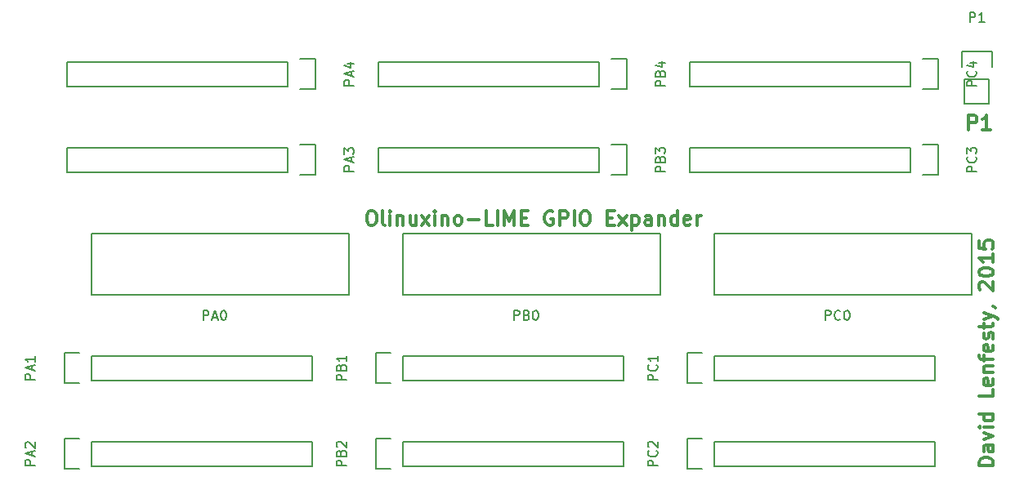
<source format=gbr>
G04 #@! TF.FileFunction,Legend,Top*
%FSLAX46Y46*%
G04 Gerber Fmt 4.6, Leading zero omitted, Abs format (unit mm)*
G04 Created by KiCad (PCBNEW 4.0.0-rc2-stable) date Fri 13 Nov 2015 01:31:52 PM MST*
%MOMM*%
G01*
G04 APERTURE LIST*
%ADD10C,0.150000*%
%ADD11C,0.300000*%
G04 APERTURE END LIST*
D10*
D11*
X206672571Y-114512856D02*
X205172571Y-114512856D01*
X205172571Y-114155713D01*
X205244000Y-113941428D01*
X205386857Y-113798570D01*
X205529714Y-113727142D01*
X205815429Y-113655713D01*
X206029714Y-113655713D01*
X206315429Y-113727142D01*
X206458286Y-113798570D01*
X206601143Y-113941428D01*
X206672571Y-114155713D01*
X206672571Y-114512856D01*
X206672571Y-112369999D02*
X205886857Y-112369999D01*
X205744000Y-112441428D01*
X205672571Y-112584285D01*
X205672571Y-112869999D01*
X205744000Y-113012856D01*
X206601143Y-112369999D02*
X206672571Y-112512856D01*
X206672571Y-112869999D01*
X206601143Y-113012856D01*
X206458286Y-113084285D01*
X206315429Y-113084285D01*
X206172571Y-113012856D01*
X206101143Y-112869999D01*
X206101143Y-112512856D01*
X206029714Y-112369999D01*
X205672571Y-111798570D02*
X206672571Y-111441427D01*
X205672571Y-111084285D01*
X206672571Y-110512856D02*
X205672571Y-110512856D01*
X205172571Y-110512856D02*
X205244000Y-110584285D01*
X205315429Y-110512856D01*
X205244000Y-110441428D01*
X205172571Y-110512856D01*
X205315429Y-110512856D01*
X206672571Y-109155713D02*
X205172571Y-109155713D01*
X206601143Y-109155713D02*
X206672571Y-109298570D01*
X206672571Y-109584284D01*
X206601143Y-109727142D01*
X206529714Y-109798570D01*
X206386857Y-109869999D01*
X205958286Y-109869999D01*
X205815429Y-109798570D01*
X205744000Y-109727142D01*
X205672571Y-109584284D01*
X205672571Y-109298570D01*
X205744000Y-109155713D01*
X206672571Y-106584284D02*
X206672571Y-107298570D01*
X205172571Y-107298570D01*
X206601143Y-105512856D02*
X206672571Y-105655713D01*
X206672571Y-105941427D01*
X206601143Y-106084284D01*
X206458286Y-106155713D01*
X205886857Y-106155713D01*
X205744000Y-106084284D01*
X205672571Y-105941427D01*
X205672571Y-105655713D01*
X205744000Y-105512856D01*
X205886857Y-105441427D01*
X206029714Y-105441427D01*
X206172571Y-106155713D01*
X205672571Y-104798570D02*
X206672571Y-104798570D01*
X205815429Y-104798570D02*
X205744000Y-104727142D01*
X205672571Y-104584284D01*
X205672571Y-104369999D01*
X205744000Y-104227142D01*
X205886857Y-104155713D01*
X206672571Y-104155713D01*
X205672571Y-103655713D02*
X205672571Y-103084284D01*
X206672571Y-103441427D02*
X205386857Y-103441427D01*
X205244000Y-103369999D01*
X205172571Y-103227141D01*
X205172571Y-103084284D01*
X206601143Y-102012856D02*
X206672571Y-102155713D01*
X206672571Y-102441427D01*
X206601143Y-102584284D01*
X206458286Y-102655713D01*
X205886857Y-102655713D01*
X205744000Y-102584284D01*
X205672571Y-102441427D01*
X205672571Y-102155713D01*
X205744000Y-102012856D01*
X205886857Y-101941427D01*
X206029714Y-101941427D01*
X206172571Y-102655713D01*
X206601143Y-101369999D02*
X206672571Y-101227142D01*
X206672571Y-100941427D01*
X206601143Y-100798570D01*
X206458286Y-100727142D01*
X206386857Y-100727142D01*
X206244000Y-100798570D01*
X206172571Y-100941427D01*
X206172571Y-101155713D01*
X206101143Y-101298570D01*
X205958286Y-101369999D01*
X205886857Y-101369999D01*
X205744000Y-101298570D01*
X205672571Y-101155713D01*
X205672571Y-100941427D01*
X205744000Y-100798570D01*
X205672571Y-100298570D02*
X205672571Y-99727141D01*
X205172571Y-100084284D02*
X206458286Y-100084284D01*
X206601143Y-100012856D01*
X206672571Y-99869998D01*
X206672571Y-99727141D01*
X205672571Y-99369998D02*
X206672571Y-99012855D01*
X205672571Y-98655713D02*
X206672571Y-99012855D01*
X207029714Y-99155713D01*
X207101143Y-99227141D01*
X207172571Y-99369998D01*
X206601143Y-98012856D02*
X206672571Y-98012856D01*
X206815429Y-98084284D01*
X206886857Y-98155713D01*
X205315429Y-96298570D02*
X205244000Y-96227141D01*
X205172571Y-96084284D01*
X205172571Y-95727141D01*
X205244000Y-95584284D01*
X205315429Y-95512855D01*
X205458286Y-95441427D01*
X205601143Y-95441427D01*
X205815429Y-95512855D01*
X206672571Y-96369998D01*
X206672571Y-95441427D01*
X205172571Y-94512856D02*
X205172571Y-94369999D01*
X205244000Y-94227142D01*
X205315429Y-94155713D01*
X205458286Y-94084284D01*
X205744000Y-94012856D01*
X206101143Y-94012856D01*
X206386857Y-94084284D01*
X206529714Y-94155713D01*
X206601143Y-94227142D01*
X206672571Y-94369999D01*
X206672571Y-94512856D01*
X206601143Y-94655713D01*
X206529714Y-94727142D01*
X206386857Y-94798570D01*
X206101143Y-94869999D01*
X205744000Y-94869999D01*
X205458286Y-94798570D01*
X205315429Y-94727142D01*
X205244000Y-94655713D01*
X205172571Y-94512856D01*
X206672571Y-92584285D02*
X206672571Y-93441428D01*
X206672571Y-93012856D02*
X205172571Y-93012856D01*
X205386857Y-93155713D01*
X205529714Y-93298571D01*
X205601143Y-93441428D01*
X205172571Y-91227142D02*
X205172571Y-91941428D01*
X205886857Y-92012857D01*
X205815429Y-91941428D01*
X205744000Y-91798571D01*
X205744000Y-91441428D01*
X205815429Y-91298571D01*
X205886857Y-91227142D01*
X206029714Y-91155714D01*
X206386857Y-91155714D01*
X206529714Y-91227142D01*
X206601143Y-91298571D01*
X206672571Y-91441428D01*
X206672571Y-91798571D01*
X206601143Y-91941428D01*
X206529714Y-92012857D01*
X142111141Y-88078571D02*
X142396855Y-88078571D01*
X142539713Y-88150000D01*
X142682570Y-88292857D01*
X142753998Y-88578571D01*
X142753998Y-89078571D01*
X142682570Y-89364286D01*
X142539713Y-89507143D01*
X142396855Y-89578571D01*
X142111141Y-89578571D01*
X141968284Y-89507143D01*
X141825427Y-89364286D01*
X141753998Y-89078571D01*
X141753998Y-88578571D01*
X141825427Y-88292857D01*
X141968284Y-88150000D01*
X142111141Y-88078571D01*
X143611142Y-89578571D02*
X143468284Y-89507143D01*
X143396856Y-89364286D01*
X143396856Y-88078571D01*
X144182570Y-89578571D02*
X144182570Y-88578571D01*
X144182570Y-88078571D02*
X144111141Y-88150000D01*
X144182570Y-88221429D01*
X144253998Y-88150000D01*
X144182570Y-88078571D01*
X144182570Y-88221429D01*
X144896856Y-88578571D02*
X144896856Y-89578571D01*
X144896856Y-88721429D02*
X144968284Y-88650000D01*
X145111142Y-88578571D01*
X145325427Y-88578571D01*
X145468284Y-88650000D01*
X145539713Y-88792857D01*
X145539713Y-89578571D01*
X146896856Y-88578571D02*
X146896856Y-89578571D01*
X146253999Y-88578571D02*
X146253999Y-89364286D01*
X146325427Y-89507143D01*
X146468285Y-89578571D01*
X146682570Y-89578571D01*
X146825427Y-89507143D01*
X146896856Y-89435714D01*
X147468285Y-89578571D02*
X148253999Y-88578571D01*
X147468285Y-88578571D02*
X148253999Y-89578571D01*
X148825428Y-89578571D02*
X148825428Y-88578571D01*
X148825428Y-88078571D02*
X148753999Y-88150000D01*
X148825428Y-88221429D01*
X148896856Y-88150000D01*
X148825428Y-88078571D01*
X148825428Y-88221429D01*
X149539714Y-88578571D02*
X149539714Y-89578571D01*
X149539714Y-88721429D02*
X149611142Y-88650000D01*
X149754000Y-88578571D01*
X149968285Y-88578571D01*
X150111142Y-88650000D01*
X150182571Y-88792857D01*
X150182571Y-89578571D01*
X151111143Y-89578571D02*
X150968285Y-89507143D01*
X150896857Y-89435714D01*
X150825428Y-89292857D01*
X150825428Y-88864286D01*
X150896857Y-88721429D01*
X150968285Y-88650000D01*
X151111143Y-88578571D01*
X151325428Y-88578571D01*
X151468285Y-88650000D01*
X151539714Y-88721429D01*
X151611143Y-88864286D01*
X151611143Y-89292857D01*
X151539714Y-89435714D01*
X151468285Y-89507143D01*
X151325428Y-89578571D01*
X151111143Y-89578571D01*
X152254000Y-89007143D02*
X153396857Y-89007143D01*
X154825429Y-89578571D02*
X154111143Y-89578571D01*
X154111143Y-88078571D01*
X155325429Y-89578571D02*
X155325429Y-88078571D01*
X156039715Y-89578571D02*
X156039715Y-88078571D01*
X156539715Y-89150000D01*
X157039715Y-88078571D01*
X157039715Y-89578571D01*
X157754001Y-88792857D02*
X158254001Y-88792857D01*
X158468287Y-89578571D02*
X157754001Y-89578571D01*
X157754001Y-88078571D01*
X158468287Y-88078571D01*
X161039715Y-88150000D02*
X160896858Y-88078571D01*
X160682572Y-88078571D01*
X160468287Y-88150000D01*
X160325429Y-88292857D01*
X160254001Y-88435714D01*
X160182572Y-88721429D01*
X160182572Y-88935714D01*
X160254001Y-89221429D01*
X160325429Y-89364286D01*
X160468287Y-89507143D01*
X160682572Y-89578571D01*
X160825429Y-89578571D01*
X161039715Y-89507143D01*
X161111144Y-89435714D01*
X161111144Y-88935714D01*
X160825429Y-88935714D01*
X161754001Y-89578571D02*
X161754001Y-88078571D01*
X162325429Y-88078571D01*
X162468287Y-88150000D01*
X162539715Y-88221429D01*
X162611144Y-88364286D01*
X162611144Y-88578571D01*
X162539715Y-88721429D01*
X162468287Y-88792857D01*
X162325429Y-88864286D01*
X161754001Y-88864286D01*
X163254001Y-89578571D02*
X163254001Y-88078571D01*
X164254001Y-88078571D02*
X164539715Y-88078571D01*
X164682573Y-88150000D01*
X164825430Y-88292857D01*
X164896858Y-88578571D01*
X164896858Y-89078571D01*
X164825430Y-89364286D01*
X164682573Y-89507143D01*
X164539715Y-89578571D01*
X164254001Y-89578571D01*
X164111144Y-89507143D01*
X163968287Y-89364286D01*
X163896858Y-89078571D01*
X163896858Y-88578571D01*
X163968287Y-88292857D01*
X164111144Y-88150000D01*
X164254001Y-88078571D01*
X166682573Y-88792857D02*
X167182573Y-88792857D01*
X167396859Y-89578571D02*
X166682573Y-89578571D01*
X166682573Y-88078571D01*
X167396859Y-88078571D01*
X167896859Y-89578571D02*
X168682573Y-88578571D01*
X167896859Y-88578571D02*
X168682573Y-89578571D01*
X169254002Y-88578571D02*
X169254002Y-90078571D01*
X169254002Y-88650000D02*
X169396859Y-88578571D01*
X169682573Y-88578571D01*
X169825430Y-88650000D01*
X169896859Y-88721429D01*
X169968288Y-88864286D01*
X169968288Y-89292857D01*
X169896859Y-89435714D01*
X169825430Y-89507143D01*
X169682573Y-89578571D01*
X169396859Y-89578571D01*
X169254002Y-89507143D01*
X171254002Y-89578571D02*
X171254002Y-88792857D01*
X171182573Y-88650000D01*
X171039716Y-88578571D01*
X170754002Y-88578571D01*
X170611145Y-88650000D01*
X171254002Y-89507143D02*
X171111145Y-89578571D01*
X170754002Y-89578571D01*
X170611145Y-89507143D01*
X170539716Y-89364286D01*
X170539716Y-89221429D01*
X170611145Y-89078571D01*
X170754002Y-89007143D01*
X171111145Y-89007143D01*
X171254002Y-88935714D01*
X171968288Y-88578571D02*
X171968288Y-89578571D01*
X171968288Y-88721429D02*
X172039716Y-88650000D01*
X172182574Y-88578571D01*
X172396859Y-88578571D01*
X172539716Y-88650000D01*
X172611145Y-88792857D01*
X172611145Y-89578571D01*
X173968288Y-89578571D02*
X173968288Y-88078571D01*
X173968288Y-89507143D02*
X173825431Y-89578571D01*
X173539717Y-89578571D01*
X173396859Y-89507143D01*
X173325431Y-89435714D01*
X173254002Y-89292857D01*
X173254002Y-88864286D01*
X173325431Y-88721429D01*
X173396859Y-88650000D01*
X173539717Y-88578571D01*
X173825431Y-88578571D01*
X173968288Y-88650000D01*
X175254002Y-89507143D02*
X175111145Y-89578571D01*
X174825431Y-89578571D01*
X174682574Y-89507143D01*
X174611145Y-89364286D01*
X174611145Y-88792857D01*
X174682574Y-88650000D01*
X174825431Y-88578571D01*
X175111145Y-88578571D01*
X175254002Y-88650000D01*
X175325431Y-88792857D01*
X175325431Y-88935714D01*
X174611145Y-89078571D01*
X175968288Y-89578571D02*
X175968288Y-88578571D01*
X175968288Y-88864286D02*
X176039716Y-88721429D01*
X176111145Y-88650000D01*
X176254002Y-88578571D01*
X176396859Y-88578571D01*
X204124858Y-79672571D02*
X204124858Y-78172571D01*
X204696286Y-78172571D01*
X204839144Y-78244000D01*
X204910572Y-78315429D01*
X204982001Y-78458286D01*
X204982001Y-78672571D01*
X204910572Y-78815429D01*
X204839144Y-78886857D01*
X204696286Y-78958286D01*
X204124858Y-78958286D01*
X206410572Y-79672571D02*
X205553429Y-79672571D01*
X205982001Y-79672571D02*
X205982001Y-78172571D01*
X205839144Y-78386857D01*
X205696286Y-78529714D01*
X205553429Y-78601143D01*
D10*
X206248000Y-74422000D02*
X206248000Y-76962000D01*
X206528000Y-71602000D02*
X206528000Y-73152000D01*
X206248000Y-74422000D02*
X203708000Y-74422000D01*
X203428000Y-73152000D02*
X203428000Y-71602000D01*
X203428000Y-71602000D02*
X206528000Y-71602000D01*
X203708000Y-74422000D02*
X203708000Y-76962000D01*
X203708000Y-76962000D02*
X206248000Y-76962000D01*
X113284000Y-90424000D02*
X139954000Y-90424000D01*
X139954000Y-90424000D02*
X139954000Y-96774000D01*
X139954000Y-96774000D02*
X113284000Y-96774000D01*
X113284000Y-96774000D02*
X113284000Y-90424000D01*
X145542000Y-90424000D02*
X172212000Y-90424000D01*
X172212000Y-90424000D02*
X172212000Y-96774000D01*
X172212000Y-96774000D02*
X145542000Y-96774000D01*
X145542000Y-96774000D02*
X145542000Y-90424000D01*
X177800000Y-90424000D02*
X204470000Y-90424000D01*
X204470000Y-90424000D02*
X204470000Y-96774000D01*
X204470000Y-96774000D02*
X177800000Y-96774000D01*
X177800000Y-96774000D02*
X177800000Y-90424000D01*
X113284000Y-103124000D02*
X136144000Y-103124000D01*
X136144000Y-103124000D02*
X136144000Y-105664000D01*
X136144000Y-105664000D02*
X113284000Y-105664000D01*
X110464000Y-102844000D02*
X112014000Y-102844000D01*
X113284000Y-103124000D02*
X113284000Y-105664000D01*
X112014000Y-105944000D02*
X110464000Y-105944000D01*
X110464000Y-105944000D02*
X110464000Y-102844000D01*
X113284000Y-112014000D02*
X136144000Y-112014000D01*
X136144000Y-112014000D02*
X136144000Y-114554000D01*
X136144000Y-114554000D02*
X113284000Y-114554000D01*
X110464000Y-111734000D02*
X112014000Y-111734000D01*
X113284000Y-112014000D02*
X113284000Y-114554000D01*
X112014000Y-114834000D02*
X110464000Y-114834000D01*
X110464000Y-114834000D02*
X110464000Y-111734000D01*
X133604000Y-84074000D02*
X110744000Y-84074000D01*
X110744000Y-84074000D02*
X110744000Y-81534000D01*
X110744000Y-81534000D02*
X133604000Y-81534000D01*
X136424000Y-84354000D02*
X134874000Y-84354000D01*
X133604000Y-84074000D02*
X133604000Y-81534000D01*
X134874000Y-81254000D02*
X136424000Y-81254000D01*
X136424000Y-81254000D02*
X136424000Y-84354000D01*
X133604000Y-75184000D02*
X110744000Y-75184000D01*
X110744000Y-75184000D02*
X110744000Y-72644000D01*
X110744000Y-72644000D02*
X133604000Y-72644000D01*
X136424000Y-75464000D02*
X134874000Y-75464000D01*
X133604000Y-75184000D02*
X133604000Y-72644000D01*
X134874000Y-72364000D02*
X136424000Y-72364000D01*
X136424000Y-72364000D02*
X136424000Y-75464000D01*
X145542000Y-103124000D02*
X168402000Y-103124000D01*
X168402000Y-103124000D02*
X168402000Y-105664000D01*
X168402000Y-105664000D02*
X145542000Y-105664000D01*
X142722000Y-102844000D02*
X144272000Y-102844000D01*
X145542000Y-103124000D02*
X145542000Y-105664000D01*
X144272000Y-105944000D02*
X142722000Y-105944000D01*
X142722000Y-105944000D02*
X142722000Y-102844000D01*
X145542000Y-112014000D02*
X168402000Y-112014000D01*
X168402000Y-112014000D02*
X168402000Y-114554000D01*
X168402000Y-114554000D02*
X145542000Y-114554000D01*
X142722000Y-111734000D02*
X144272000Y-111734000D01*
X145542000Y-112014000D02*
X145542000Y-114554000D01*
X144272000Y-114834000D02*
X142722000Y-114834000D01*
X142722000Y-114834000D02*
X142722000Y-111734000D01*
X165862000Y-84074000D02*
X143002000Y-84074000D01*
X143002000Y-84074000D02*
X143002000Y-81534000D01*
X143002000Y-81534000D02*
X165862000Y-81534000D01*
X168682000Y-84354000D02*
X167132000Y-84354000D01*
X165862000Y-84074000D02*
X165862000Y-81534000D01*
X167132000Y-81254000D02*
X168682000Y-81254000D01*
X168682000Y-81254000D02*
X168682000Y-84354000D01*
X165862000Y-75184000D02*
X143002000Y-75184000D01*
X143002000Y-75184000D02*
X143002000Y-72644000D01*
X143002000Y-72644000D02*
X165862000Y-72644000D01*
X168682000Y-75464000D02*
X167132000Y-75464000D01*
X165862000Y-75184000D02*
X165862000Y-72644000D01*
X167132000Y-72364000D02*
X168682000Y-72364000D01*
X168682000Y-72364000D02*
X168682000Y-75464000D01*
X177800000Y-103124000D02*
X200660000Y-103124000D01*
X200660000Y-103124000D02*
X200660000Y-105664000D01*
X200660000Y-105664000D02*
X177800000Y-105664000D01*
X174980000Y-102844000D02*
X176530000Y-102844000D01*
X177800000Y-103124000D02*
X177800000Y-105664000D01*
X176530000Y-105944000D02*
X174980000Y-105944000D01*
X174980000Y-105944000D02*
X174980000Y-102844000D01*
X177800000Y-112014000D02*
X200660000Y-112014000D01*
X200660000Y-112014000D02*
X200660000Y-114554000D01*
X200660000Y-114554000D02*
X177800000Y-114554000D01*
X174980000Y-111734000D02*
X176530000Y-111734000D01*
X177800000Y-112014000D02*
X177800000Y-114554000D01*
X176530000Y-114834000D02*
X174980000Y-114834000D01*
X174980000Y-114834000D02*
X174980000Y-111734000D01*
X198120000Y-84074000D02*
X175260000Y-84074000D01*
X175260000Y-84074000D02*
X175260000Y-81534000D01*
X175260000Y-81534000D02*
X198120000Y-81534000D01*
X200940000Y-84354000D02*
X199390000Y-84354000D01*
X198120000Y-84074000D02*
X198120000Y-81534000D01*
X199390000Y-81254000D02*
X200940000Y-81254000D01*
X200940000Y-81254000D02*
X200940000Y-84354000D01*
X198120000Y-75184000D02*
X175260000Y-75184000D01*
X175260000Y-75184000D02*
X175260000Y-72644000D01*
X175260000Y-72644000D02*
X198120000Y-72644000D01*
X200940000Y-75464000D02*
X199390000Y-75464000D01*
X198120000Y-75184000D02*
X198120000Y-72644000D01*
X199390000Y-72364000D02*
X200940000Y-72364000D01*
X200940000Y-72364000D02*
X200940000Y-75464000D01*
X204239905Y-68504381D02*
X204239905Y-67504381D01*
X204620858Y-67504381D01*
X204716096Y-67552000D01*
X204763715Y-67599619D01*
X204811334Y-67694857D01*
X204811334Y-67837714D01*
X204763715Y-67932952D01*
X204716096Y-67980571D01*
X204620858Y-68028190D01*
X204239905Y-68028190D01*
X205763715Y-68504381D02*
X205192286Y-68504381D01*
X205478000Y-68504381D02*
X205478000Y-67504381D01*
X205382762Y-67647238D01*
X205287524Y-67742476D01*
X205192286Y-67790095D01*
X124817333Y-99416381D02*
X124817333Y-98416381D01*
X125198286Y-98416381D01*
X125293524Y-98464000D01*
X125341143Y-98511619D01*
X125388762Y-98606857D01*
X125388762Y-98749714D01*
X125341143Y-98844952D01*
X125293524Y-98892571D01*
X125198286Y-98940190D01*
X124817333Y-98940190D01*
X125769714Y-99130667D02*
X126245905Y-99130667D01*
X125674476Y-99416381D02*
X126007809Y-98416381D01*
X126341143Y-99416381D01*
X126864952Y-98416381D02*
X126960191Y-98416381D01*
X127055429Y-98464000D01*
X127103048Y-98511619D01*
X127150667Y-98606857D01*
X127198286Y-98797333D01*
X127198286Y-99035429D01*
X127150667Y-99225905D01*
X127103048Y-99321143D01*
X127055429Y-99368762D01*
X126960191Y-99416381D01*
X126864952Y-99416381D01*
X126769714Y-99368762D01*
X126722095Y-99321143D01*
X126674476Y-99225905D01*
X126626857Y-99035429D01*
X126626857Y-98797333D01*
X126674476Y-98606857D01*
X126722095Y-98511619D01*
X126769714Y-98464000D01*
X126864952Y-98416381D01*
X157003905Y-99416381D02*
X157003905Y-98416381D01*
X157384858Y-98416381D01*
X157480096Y-98464000D01*
X157527715Y-98511619D01*
X157575334Y-98606857D01*
X157575334Y-98749714D01*
X157527715Y-98844952D01*
X157480096Y-98892571D01*
X157384858Y-98940190D01*
X157003905Y-98940190D01*
X158337239Y-98892571D02*
X158480096Y-98940190D01*
X158527715Y-98987810D01*
X158575334Y-99083048D01*
X158575334Y-99225905D01*
X158527715Y-99321143D01*
X158480096Y-99368762D01*
X158384858Y-99416381D01*
X158003905Y-99416381D01*
X158003905Y-98416381D01*
X158337239Y-98416381D01*
X158432477Y-98464000D01*
X158480096Y-98511619D01*
X158527715Y-98606857D01*
X158527715Y-98702095D01*
X158480096Y-98797333D01*
X158432477Y-98844952D01*
X158337239Y-98892571D01*
X158003905Y-98892571D01*
X159194381Y-98416381D02*
X159289620Y-98416381D01*
X159384858Y-98464000D01*
X159432477Y-98511619D01*
X159480096Y-98606857D01*
X159527715Y-98797333D01*
X159527715Y-99035429D01*
X159480096Y-99225905D01*
X159432477Y-99321143D01*
X159384858Y-99368762D01*
X159289620Y-99416381D01*
X159194381Y-99416381D01*
X159099143Y-99368762D01*
X159051524Y-99321143D01*
X159003905Y-99225905D01*
X158956286Y-99035429D01*
X158956286Y-98797333D01*
X159003905Y-98606857D01*
X159051524Y-98511619D01*
X159099143Y-98464000D01*
X159194381Y-98416381D01*
X189261905Y-99416381D02*
X189261905Y-98416381D01*
X189642858Y-98416381D01*
X189738096Y-98464000D01*
X189785715Y-98511619D01*
X189833334Y-98606857D01*
X189833334Y-98749714D01*
X189785715Y-98844952D01*
X189738096Y-98892571D01*
X189642858Y-98940190D01*
X189261905Y-98940190D01*
X190833334Y-99321143D02*
X190785715Y-99368762D01*
X190642858Y-99416381D01*
X190547620Y-99416381D01*
X190404762Y-99368762D01*
X190309524Y-99273524D01*
X190261905Y-99178286D01*
X190214286Y-98987810D01*
X190214286Y-98844952D01*
X190261905Y-98654476D01*
X190309524Y-98559238D01*
X190404762Y-98464000D01*
X190547620Y-98416381D01*
X190642858Y-98416381D01*
X190785715Y-98464000D01*
X190833334Y-98511619D01*
X191452381Y-98416381D02*
X191547620Y-98416381D01*
X191642858Y-98464000D01*
X191690477Y-98511619D01*
X191738096Y-98606857D01*
X191785715Y-98797333D01*
X191785715Y-99035429D01*
X191738096Y-99225905D01*
X191690477Y-99321143D01*
X191642858Y-99368762D01*
X191547620Y-99416381D01*
X191452381Y-99416381D01*
X191357143Y-99368762D01*
X191309524Y-99321143D01*
X191261905Y-99225905D01*
X191214286Y-99035429D01*
X191214286Y-98797333D01*
X191261905Y-98606857D01*
X191309524Y-98511619D01*
X191357143Y-98464000D01*
X191452381Y-98416381D01*
X107366381Y-105560667D02*
X106366381Y-105560667D01*
X106366381Y-105179714D01*
X106414000Y-105084476D01*
X106461619Y-105036857D01*
X106556857Y-104989238D01*
X106699714Y-104989238D01*
X106794952Y-105036857D01*
X106842571Y-105084476D01*
X106890190Y-105179714D01*
X106890190Y-105560667D01*
X107080667Y-104608286D02*
X107080667Y-104132095D01*
X107366381Y-104703524D02*
X106366381Y-104370191D01*
X107366381Y-104036857D01*
X107366381Y-103179714D02*
X107366381Y-103751143D01*
X107366381Y-103465429D02*
X106366381Y-103465429D01*
X106509238Y-103560667D01*
X106604476Y-103655905D01*
X106652095Y-103751143D01*
X107366381Y-114450667D02*
X106366381Y-114450667D01*
X106366381Y-114069714D01*
X106414000Y-113974476D01*
X106461619Y-113926857D01*
X106556857Y-113879238D01*
X106699714Y-113879238D01*
X106794952Y-113926857D01*
X106842571Y-113974476D01*
X106890190Y-114069714D01*
X106890190Y-114450667D01*
X107080667Y-113498286D02*
X107080667Y-113022095D01*
X107366381Y-113593524D02*
X106366381Y-113260191D01*
X107366381Y-112926857D01*
X106461619Y-112641143D02*
X106414000Y-112593524D01*
X106366381Y-112498286D01*
X106366381Y-112260190D01*
X106414000Y-112164952D01*
X106461619Y-112117333D01*
X106556857Y-112069714D01*
X106652095Y-112069714D01*
X106794952Y-112117333D01*
X107366381Y-112688762D01*
X107366381Y-112069714D01*
X140426381Y-83970667D02*
X139426381Y-83970667D01*
X139426381Y-83589714D01*
X139474000Y-83494476D01*
X139521619Y-83446857D01*
X139616857Y-83399238D01*
X139759714Y-83399238D01*
X139854952Y-83446857D01*
X139902571Y-83494476D01*
X139950190Y-83589714D01*
X139950190Y-83970667D01*
X140140667Y-83018286D02*
X140140667Y-82542095D01*
X140426381Y-83113524D02*
X139426381Y-82780191D01*
X140426381Y-82446857D01*
X139426381Y-82208762D02*
X139426381Y-81589714D01*
X139807333Y-81923048D01*
X139807333Y-81780190D01*
X139854952Y-81684952D01*
X139902571Y-81637333D01*
X139997810Y-81589714D01*
X140235905Y-81589714D01*
X140331143Y-81637333D01*
X140378762Y-81684952D01*
X140426381Y-81780190D01*
X140426381Y-82065905D01*
X140378762Y-82161143D01*
X140331143Y-82208762D01*
X140426381Y-75080667D02*
X139426381Y-75080667D01*
X139426381Y-74699714D01*
X139474000Y-74604476D01*
X139521619Y-74556857D01*
X139616857Y-74509238D01*
X139759714Y-74509238D01*
X139854952Y-74556857D01*
X139902571Y-74604476D01*
X139950190Y-74699714D01*
X139950190Y-75080667D01*
X140140667Y-74128286D02*
X140140667Y-73652095D01*
X140426381Y-74223524D02*
X139426381Y-73890191D01*
X140426381Y-73556857D01*
X139759714Y-72794952D02*
X140426381Y-72794952D01*
X139378762Y-73033048D02*
X140093048Y-73271143D01*
X140093048Y-72652095D01*
X139624381Y-105632095D02*
X138624381Y-105632095D01*
X138624381Y-105251142D01*
X138672000Y-105155904D01*
X138719619Y-105108285D01*
X138814857Y-105060666D01*
X138957714Y-105060666D01*
X139052952Y-105108285D01*
X139100571Y-105155904D01*
X139148190Y-105251142D01*
X139148190Y-105632095D01*
X139100571Y-104298761D02*
X139148190Y-104155904D01*
X139195810Y-104108285D01*
X139291048Y-104060666D01*
X139433905Y-104060666D01*
X139529143Y-104108285D01*
X139576762Y-104155904D01*
X139624381Y-104251142D01*
X139624381Y-104632095D01*
X138624381Y-104632095D01*
X138624381Y-104298761D01*
X138672000Y-104203523D01*
X138719619Y-104155904D01*
X138814857Y-104108285D01*
X138910095Y-104108285D01*
X139005333Y-104155904D01*
X139052952Y-104203523D01*
X139100571Y-104298761D01*
X139100571Y-104632095D01*
X139624381Y-103108285D02*
X139624381Y-103679714D01*
X139624381Y-103394000D02*
X138624381Y-103394000D01*
X138767238Y-103489238D01*
X138862476Y-103584476D01*
X138910095Y-103679714D01*
X139624381Y-114522095D02*
X138624381Y-114522095D01*
X138624381Y-114141142D01*
X138672000Y-114045904D01*
X138719619Y-113998285D01*
X138814857Y-113950666D01*
X138957714Y-113950666D01*
X139052952Y-113998285D01*
X139100571Y-114045904D01*
X139148190Y-114141142D01*
X139148190Y-114522095D01*
X139100571Y-113188761D02*
X139148190Y-113045904D01*
X139195810Y-112998285D01*
X139291048Y-112950666D01*
X139433905Y-112950666D01*
X139529143Y-112998285D01*
X139576762Y-113045904D01*
X139624381Y-113141142D01*
X139624381Y-113522095D01*
X138624381Y-113522095D01*
X138624381Y-113188761D01*
X138672000Y-113093523D01*
X138719619Y-113045904D01*
X138814857Y-112998285D01*
X138910095Y-112998285D01*
X139005333Y-113045904D01*
X139052952Y-113093523D01*
X139100571Y-113188761D01*
X139100571Y-113522095D01*
X138719619Y-112569714D02*
X138672000Y-112522095D01*
X138624381Y-112426857D01*
X138624381Y-112188761D01*
X138672000Y-112093523D01*
X138719619Y-112045904D01*
X138814857Y-111998285D01*
X138910095Y-111998285D01*
X139052952Y-112045904D01*
X139624381Y-112617333D01*
X139624381Y-111998285D01*
X172684381Y-84042095D02*
X171684381Y-84042095D01*
X171684381Y-83661142D01*
X171732000Y-83565904D01*
X171779619Y-83518285D01*
X171874857Y-83470666D01*
X172017714Y-83470666D01*
X172112952Y-83518285D01*
X172160571Y-83565904D01*
X172208190Y-83661142D01*
X172208190Y-84042095D01*
X172160571Y-82708761D02*
X172208190Y-82565904D01*
X172255810Y-82518285D01*
X172351048Y-82470666D01*
X172493905Y-82470666D01*
X172589143Y-82518285D01*
X172636762Y-82565904D01*
X172684381Y-82661142D01*
X172684381Y-83042095D01*
X171684381Y-83042095D01*
X171684381Y-82708761D01*
X171732000Y-82613523D01*
X171779619Y-82565904D01*
X171874857Y-82518285D01*
X171970095Y-82518285D01*
X172065333Y-82565904D01*
X172112952Y-82613523D01*
X172160571Y-82708761D01*
X172160571Y-83042095D01*
X171684381Y-82137333D02*
X171684381Y-81518285D01*
X172065333Y-81851619D01*
X172065333Y-81708761D01*
X172112952Y-81613523D01*
X172160571Y-81565904D01*
X172255810Y-81518285D01*
X172493905Y-81518285D01*
X172589143Y-81565904D01*
X172636762Y-81613523D01*
X172684381Y-81708761D01*
X172684381Y-81994476D01*
X172636762Y-82089714D01*
X172589143Y-82137333D01*
X172684381Y-75152095D02*
X171684381Y-75152095D01*
X171684381Y-74771142D01*
X171732000Y-74675904D01*
X171779619Y-74628285D01*
X171874857Y-74580666D01*
X172017714Y-74580666D01*
X172112952Y-74628285D01*
X172160571Y-74675904D01*
X172208190Y-74771142D01*
X172208190Y-75152095D01*
X172160571Y-73818761D02*
X172208190Y-73675904D01*
X172255810Y-73628285D01*
X172351048Y-73580666D01*
X172493905Y-73580666D01*
X172589143Y-73628285D01*
X172636762Y-73675904D01*
X172684381Y-73771142D01*
X172684381Y-74152095D01*
X171684381Y-74152095D01*
X171684381Y-73818761D01*
X171732000Y-73723523D01*
X171779619Y-73675904D01*
X171874857Y-73628285D01*
X171970095Y-73628285D01*
X172065333Y-73675904D01*
X172112952Y-73723523D01*
X172160571Y-73818761D01*
X172160571Y-74152095D01*
X172017714Y-72723523D02*
X172684381Y-72723523D01*
X171636762Y-72961619D02*
X172351048Y-73199714D01*
X172351048Y-72580666D01*
X171882381Y-105632095D02*
X170882381Y-105632095D01*
X170882381Y-105251142D01*
X170930000Y-105155904D01*
X170977619Y-105108285D01*
X171072857Y-105060666D01*
X171215714Y-105060666D01*
X171310952Y-105108285D01*
X171358571Y-105155904D01*
X171406190Y-105251142D01*
X171406190Y-105632095D01*
X171787143Y-104060666D02*
X171834762Y-104108285D01*
X171882381Y-104251142D01*
X171882381Y-104346380D01*
X171834762Y-104489238D01*
X171739524Y-104584476D01*
X171644286Y-104632095D01*
X171453810Y-104679714D01*
X171310952Y-104679714D01*
X171120476Y-104632095D01*
X171025238Y-104584476D01*
X170930000Y-104489238D01*
X170882381Y-104346380D01*
X170882381Y-104251142D01*
X170930000Y-104108285D01*
X170977619Y-104060666D01*
X171882381Y-103108285D02*
X171882381Y-103679714D01*
X171882381Y-103394000D02*
X170882381Y-103394000D01*
X171025238Y-103489238D01*
X171120476Y-103584476D01*
X171168095Y-103679714D01*
X171882381Y-114522095D02*
X170882381Y-114522095D01*
X170882381Y-114141142D01*
X170930000Y-114045904D01*
X170977619Y-113998285D01*
X171072857Y-113950666D01*
X171215714Y-113950666D01*
X171310952Y-113998285D01*
X171358571Y-114045904D01*
X171406190Y-114141142D01*
X171406190Y-114522095D01*
X171787143Y-112950666D02*
X171834762Y-112998285D01*
X171882381Y-113141142D01*
X171882381Y-113236380D01*
X171834762Y-113379238D01*
X171739524Y-113474476D01*
X171644286Y-113522095D01*
X171453810Y-113569714D01*
X171310952Y-113569714D01*
X171120476Y-113522095D01*
X171025238Y-113474476D01*
X170930000Y-113379238D01*
X170882381Y-113236380D01*
X170882381Y-113141142D01*
X170930000Y-112998285D01*
X170977619Y-112950666D01*
X170977619Y-112569714D02*
X170930000Y-112522095D01*
X170882381Y-112426857D01*
X170882381Y-112188761D01*
X170930000Y-112093523D01*
X170977619Y-112045904D01*
X171072857Y-111998285D01*
X171168095Y-111998285D01*
X171310952Y-112045904D01*
X171882381Y-112617333D01*
X171882381Y-111998285D01*
X204942381Y-84042095D02*
X203942381Y-84042095D01*
X203942381Y-83661142D01*
X203990000Y-83565904D01*
X204037619Y-83518285D01*
X204132857Y-83470666D01*
X204275714Y-83470666D01*
X204370952Y-83518285D01*
X204418571Y-83565904D01*
X204466190Y-83661142D01*
X204466190Y-84042095D01*
X204847143Y-82470666D02*
X204894762Y-82518285D01*
X204942381Y-82661142D01*
X204942381Y-82756380D01*
X204894762Y-82899238D01*
X204799524Y-82994476D01*
X204704286Y-83042095D01*
X204513810Y-83089714D01*
X204370952Y-83089714D01*
X204180476Y-83042095D01*
X204085238Y-82994476D01*
X203990000Y-82899238D01*
X203942381Y-82756380D01*
X203942381Y-82661142D01*
X203990000Y-82518285D01*
X204037619Y-82470666D01*
X203942381Y-82137333D02*
X203942381Y-81518285D01*
X204323333Y-81851619D01*
X204323333Y-81708761D01*
X204370952Y-81613523D01*
X204418571Y-81565904D01*
X204513810Y-81518285D01*
X204751905Y-81518285D01*
X204847143Y-81565904D01*
X204894762Y-81613523D01*
X204942381Y-81708761D01*
X204942381Y-81994476D01*
X204894762Y-82089714D01*
X204847143Y-82137333D01*
X204942381Y-75152095D02*
X203942381Y-75152095D01*
X203942381Y-74771142D01*
X203990000Y-74675904D01*
X204037619Y-74628285D01*
X204132857Y-74580666D01*
X204275714Y-74580666D01*
X204370952Y-74628285D01*
X204418571Y-74675904D01*
X204466190Y-74771142D01*
X204466190Y-75152095D01*
X204847143Y-73580666D02*
X204894762Y-73628285D01*
X204942381Y-73771142D01*
X204942381Y-73866380D01*
X204894762Y-74009238D01*
X204799524Y-74104476D01*
X204704286Y-74152095D01*
X204513810Y-74199714D01*
X204370952Y-74199714D01*
X204180476Y-74152095D01*
X204085238Y-74104476D01*
X203990000Y-74009238D01*
X203942381Y-73866380D01*
X203942381Y-73771142D01*
X203990000Y-73628285D01*
X204037619Y-73580666D01*
X204275714Y-72723523D02*
X204942381Y-72723523D01*
X203894762Y-72961619D02*
X204609048Y-73199714D01*
X204609048Y-72580666D01*
M02*

</source>
